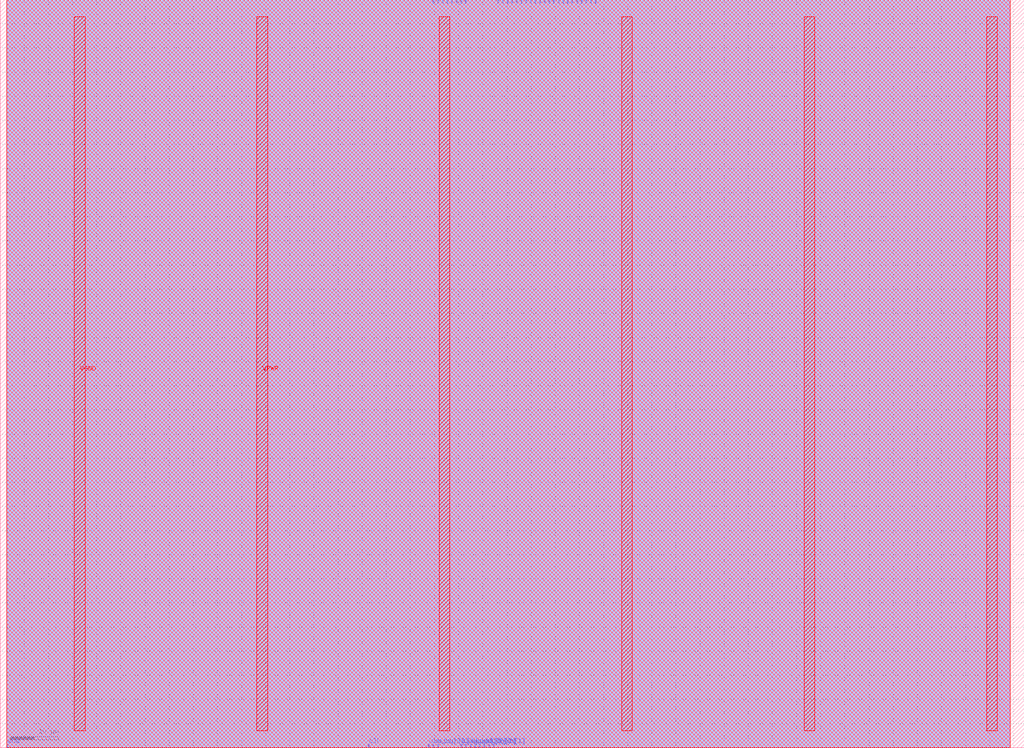
<source format=lef>
VERSION 5.8 ;
BUSBITCHARS "[]" ;
DIVIDERCHAR "/" ;
UNITS
    DATABASE MICRONS 1000 ;
END UNITS

VIA tt_um_factory_test_via1_2_2200_440_1_5_410_410
  VIARULE via1Array ;
  CUTSIZE 0.19 0.19 ;
  LAYERS Metal1 Via1 Metal2 ;
  CUTSPACING 0.22 0.22 ;
  ENCLOSURE 0.01 0.125 0.05 0.005 ;
  ROWCOL 1 5 ;
END tt_um_factory_test_via1_2_2200_440_1_5_410_410

VIA tt_um_factory_test_via2_3_2200_440_1_5_410_410
  VIARULE via2Array ;
  CUTSIZE 0.19 0.19 ;
  LAYERS Metal2 Via2 Metal3 ;
  CUTSPACING 0.22 0.22 ;
  ENCLOSURE 0.05 0.005 0.005 0.05 ;
  ROWCOL 1 5 ;
END tt_um_factory_test_via2_3_2200_440_1_5_410_410

VIA tt_um_factory_test_via3_4_2200_440_1_5_410_410
  VIARULE via3Array ;
  CUTSIZE 0.19 0.19 ;
  LAYERS Metal3 Via3 Metal4 ;
  CUTSPACING 0.22 0.22 ;
  ENCLOSURE 0.005 0.05 0.05 0.005 ;
  ROWCOL 1 5 ;
END tt_um_factory_test_via3_4_2200_440_1_5_410_410

VIA tt_um_factory_test_via4_5_2200_440_1_5_410_410
  VIARULE via4Array ;
  CUTSIZE 0.19 0.19 ;
  LAYERS Metal4 Via4 Metal5 ;
  CUTSPACING 0.22 0.22 ;
  ENCLOSURE 0.05 0.005 0.185 0.05 ;
  ROWCOL 1 5 ;
END tt_um_factory_test_via4_5_2200_440_1_5_410_410

MACRO tt_um_factory_test
  FOREIGN tt_um_factory_test 0 0 ;
  CLASS BLOCK ;
  SIZE 212.16 BY 154.98 ;
  PIN clk
    DIRECTION INPUT ;
    USE SIGNAL ;
    PORT
      LAYER Metal3 ;
        RECT  76.22 0 76.42 0.72 ;
    END
  END clk
  PIN ena
    DIRECTION INPUT ;
    USE SIGNAL ;
    PORT
      LAYER Metal3 ;
        RECT  1.34 0 1.54 0.72 ;
    END
  END ena
  PIN rst_n
    DIRECTION INPUT ;
    USE SIGNAL ;
    PORT
      LAYER Metal3 ;
        RECT  103.1 154.26 103.3 154.98 ;
    END
  END rst_n
  PIN ui_in[0]
    DIRECTION INPUT ;
    USE SIGNAL ;
    PORT
      LAYER Metal3 ;
        RECT  104.06 154.26 104.26 154.98 ;
    END
  END ui_in[0]
  PIN ui_in[1]
    DIRECTION INPUT ;
    USE SIGNAL ;
    PORT
      LAYER Metal3 ;
        RECT  102.14 0 102.34 0.72 ;
    END
  END ui_in[1]
  PIN ui_in[2]
    DIRECTION INPUT ;
    USE SIGNAL ;
    PORT
      LAYER Metal3 ;
        RECT  100.22 0 100.42 0.72 ;
    END
  END ui_in[2]
  PIN ui_in[3]
    DIRECTION INPUT ;
    USE SIGNAL ;
    PORT
      LAYER Metal3 ;
        RECT  105.02 154.26 105.22 154.98 ;
    END
  END ui_in[3]
  PIN ui_in[4]
    DIRECTION INPUT ;
    USE SIGNAL ;
    PORT
      LAYER Metal3 ;
        RECT  107.9 154.26 108.1 154.98 ;
    END
  END ui_in[4]
  PIN ui_in[5]
    DIRECTION INPUT ;
    USE SIGNAL ;
    PORT
      LAYER Metal3 ;
        RECT  113.66 154.26 113.86 154.98 ;
    END
  END ui_in[5]
  PIN ui_in[6]
    DIRECTION INPUT ;
    USE SIGNAL ;
    PORT
      LAYER Metal3 ;
        RECT  111.74 154.26 111.94 154.98 ;
    END
  END ui_in[6]
  PIN ui_in[7]
    DIRECTION INPUT ;
    USE SIGNAL ;
    PORT
      LAYER Metal3 ;
        RECT  114.62 154.26 114.82 154.98 ;
    END
  END ui_in[7]
  PIN uio_in[0]
    DIRECTION INPUT ;
    USE SIGNAL ;
    PORT
      LAYER Metal3 ;
        RECT  88.7 0 88.9 0.72 ;
    END
  END uio_in[0]
  PIN uio_in[1]
    DIRECTION INPUT ;
    USE SIGNAL ;
    PORT
      LAYER Metal3 ;
        RECT  101.18 0 101.38 0.72 ;
    END
  END uio_in[1]
  PIN uio_in[2]
    DIRECTION INPUT ;
    USE SIGNAL ;
    PORT
      LAYER Metal3 ;
        RECT  99.26 0 99.46 0.72 ;
    END
  END uio_in[2]
  PIN uio_in[3]
    DIRECTION INPUT ;
    USE SIGNAL ;
    PORT
      LAYER Metal3 ;
        RECT  109.82 154.26 110.02 154.98 ;
    END
  END uio_in[3]
  PIN uio_in[4]
    DIRECTION INPUT ;
    USE SIGNAL ;
    PORT
      LAYER Metal3 ;
        RECT  112.7 154.26 112.9 154.98 ;
    END
  END uio_in[4]
  PIN uio_in[5]
    DIRECTION INPUT ;
    USE SIGNAL ;
    PORT
      LAYER Metal3 ;
        RECT  119.42 154.26 119.62 154.98 ;
    END
  END uio_in[5]
  PIN uio_in[6]
    DIRECTION INPUT ;
    USE SIGNAL ;
    PORT
      LAYER Metal3 ;
        RECT  123.26 154.26 123.46 154.98 ;
    END
  END uio_in[6]
  PIN uio_in[7]
    DIRECTION INPUT ;
    USE SIGNAL ;
    PORT
      LAYER Metal3 ;
        RECT  120.38 154.26 120.58 154.98 ;
    END
  END uio_in[7]
  PIN uio_oe[0]
    DIRECTION OUTPUT ;
    USE SIGNAL ;
    PORT
      LAYER Metal3 ;
        RECT  89.66 154.26 89.86 154.98 ;
    END
  END uio_oe[0]
  PIN uio_oe[1]
    DIRECTION OUTPUT ;
    USE SIGNAL ;
    PORT
      LAYER Metal3 ;
        RECT  91.58 154.26 91.78 154.98 ;
    END
  END uio_oe[1]
  PIN uio_oe[2]
    DIRECTION OUTPUT ;
    USE SIGNAL ;
    PORT
      LAYER Metal3 ;
        RECT  93.5 154.26 93.7 154.98 ;
    END
  END uio_oe[2]
  PIN uio_oe[3]
    DIRECTION OUTPUT ;
    USE SIGNAL ;
    PORT
      LAYER Metal3 ;
        RECT  94.46 154.26 94.66 154.98 ;
    END
  END uio_oe[3]
  PIN uio_oe[4]
    DIRECTION OUTPUT ;
    USE SIGNAL ;
    PORT
      LAYER Metal3 ;
        RECT  92.54 154.26 92.74 154.98 ;
    END
  END uio_oe[4]
  PIN uio_oe[5]
    DIRECTION OUTPUT ;
    USE SIGNAL ;
    PORT
      LAYER Metal3 ;
        RECT  95.42 154.26 95.62 154.98 ;
    END
  END uio_oe[5]
  PIN uio_oe[6]
    DIRECTION OUTPUT ;
    USE SIGNAL ;
    PORT
      LAYER Metal3 ;
        RECT  96.38 154.26 96.58 154.98 ;
    END
  END uio_oe[6]
  PIN uio_oe[7]
    DIRECTION OUTPUT ;
    USE SIGNAL ;
    PORT
      LAYER Metal3 ;
        RECT  90.62 154.26 90.82 154.98 ;
    END
  END uio_oe[7]
  PIN uio_out[0]
    DIRECTION OUTPUT ;
    USE SIGNAL ;
    PORT
      LAYER Metal3 ;
        RECT  90.62 0 90.82 0.72 ;
    END
  END uio_out[0]
  PIN uio_out[1]
    DIRECTION OUTPUT ;
    USE SIGNAL ;
    PORT
      LAYER Metal3 ;
        RECT  96.38 0 96.58 0.72 ;
    END
  END uio_out[1]
  PIN uio_out[2]
    DIRECTION OUTPUT ;
    USE SIGNAL ;
    PORT
      LAYER Metal3 ;
        RECT  95.42 0 95.62 0.72 ;
    END
  END uio_out[2]
  PIN uio_out[3]
    DIRECTION OUTPUT ;
    USE SIGNAL ;
    PORT
      LAYER Metal3 ;
        RECT  106.94 154.26 107.14 154.98 ;
    END
  END uio_out[3]
  PIN uio_out[4]
    DIRECTION OUTPUT ;
    USE SIGNAL ;
    PORT
      LAYER Metal3 ;
        RECT  110.78 154.26 110.98 154.98 ;
    END
  END uio_out[4]
  PIN uio_out[5]
    DIRECTION OUTPUT ;
    USE SIGNAL ;
    PORT
      LAYER Metal3 ;
        RECT  118.46 154.26 118.66 154.98 ;
    END
  END uio_out[5]
  PIN uio_out[6]
    DIRECTION OUTPUT ;
    USE SIGNAL ;
    PORT
      LAYER Metal3 ;
        RECT  121.34 154.26 121.54 154.98 ;
    END
  END uio_out[6]
  PIN uio_out[7]
    DIRECTION OUTPUT ;
    USE SIGNAL ;
    PORT
      LAYER Metal3 ;
        RECT  122.3 154.26 122.5 154.98 ;
    END
  END uio_out[7]
  PIN uo_out[0]
    DIRECTION OUTPUT ;
    USE SIGNAL ;
    PORT
      LAYER Metal3 ;
        RECT  89.66 0 89.86 0.72 ;
    END
  END uo_out[0]
  PIN uo_out[1]
    DIRECTION OUTPUT ;
    USE SIGNAL ;
    PORT
      LAYER Metal3 ;
        RECT  98.3 0 98.5 0.72 ;
    END
  END uo_out[1]
  PIN uo_out[2]
    DIRECTION OUTPUT ;
    USE SIGNAL ;
    PORT
      LAYER Metal3 ;
        RECT  97.34 0 97.54 0.72 ;
    END
  END uo_out[2]
  PIN uo_out[3]
    DIRECTION OUTPUT ;
    USE SIGNAL ;
    PORT
      LAYER Metal3 ;
        RECT  105.98 154.26 106.18 154.98 ;
    END
  END uo_out[3]
  PIN uo_out[4]
    DIRECTION OUTPUT ;
    USE SIGNAL ;
    PORT
      LAYER Metal3 ;
        RECT  108.86 154.26 109.06 154.98 ;
    END
  END uo_out[4]
  PIN uo_out[5]
    DIRECTION OUTPUT ;
    USE SIGNAL ;
    PORT
      LAYER Metal3 ;
        RECT  115.58 154.26 115.78 154.98 ;
    END
  END uo_out[5]
  PIN uo_out[6]
    DIRECTION OUTPUT ;
    USE SIGNAL ;
    PORT
      LAYER Metal3 ;
        RECT  116.54 154.26 116.74 154.98 ;
    END
  END uo_out[6]
  PIN uo_out[7]
    DIRECTION OUTPUT ;
    USE SIGNAL ;
    PORT
      LAYER Metal3 ;
        RECT  117.5 154.26 117.7 154.98 ;
    END
  END uo_out[7]
  PIN VGND
    DIRECTION INOUT ;
    USE GROUND ;
    PORT
      LAYER Metal5 ;
        RECT  166.58 3.56 168.78 151.42 ;
        RECT  90.98 3.56 93.18 151.42 ;
        RECT  15.38 3.56 17.58 151.42 ;
    END
  END VGND
  PIN VPWR
    DIRECTION INOUT ;
    USE POWER ;
    PORT
      LAYER Metal5 ;
        RECT  204.38 3.56 206.58 151.42 ;
        RECT  128.78 3.56 130.98 151.42 ;
        RECT  53.18 3.56 55.38 151.42 ;
    END
  END VPWR
  OBS
    LAYER Metal1 ;
     RECT  1.34 0 209.28 154.98 ;
    LAYER Metal2 ;
     RECT  1.34 0 209.28 154.98 ;
    LAYER Metal3 ;
     RECT  1.34 0 209.28 154.98 ;
    LAYER Metal4 ;
     RECT  1.34 0 209.28 154.98 ;
    LAYER Metal5 ;
     RECT  1.34 0 209.28 154.98 ;
  END
END tt_um_factory_test
END LIBRARY

</source>
